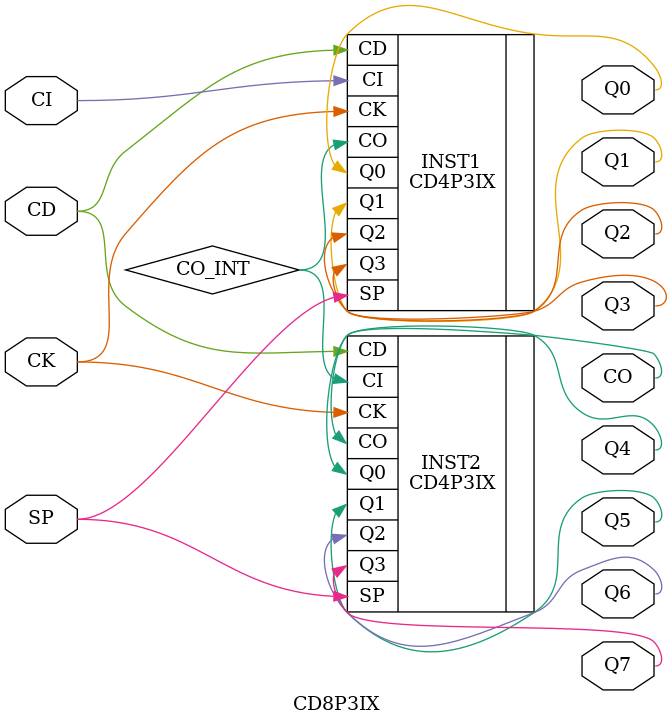
<source format=v>
`resetall
`timescale 1 ns / 100 ps

`celldefine

/* Created by DB2VERILOG Version 1.3.8.0 on Mon Sep 15 14:02:37 1997 */
/* module compiled from "lsl2db 4.4.5 (07/17/96)" run */

module CD8P3IX (CI, SP, CK, CD, CO, Q0, Q1, Q2, Q3, 
       Q4, Q5, Q6, Q7);
parameter DISABLED_GSR = 0;
defparam INST1.DISABLED_GSR = DISABLED_GSR;
defparam INST2.DISABLED_GSR = DISABLED_GSR;
input  CI, SP, CK, CD;
output CO, Q0, Q1, Q2, Q3, Q4, Q5, Q6, Q7;
CD4P3IX INST1 (.CI(CI), .SP(SP), .CK(CK), .CD(CD), .CO(
      CO_INT), .Q0(Q0), .Q1(Q1), .Q2(Q2), .Q3(Q3));
CD4P3IX INST2 (.CI(CO_INT), .SP(SP), .CK(CK), .CD(CD),
      .CO(CO), .Q0(Q4), .Q1(Q5), .Q2(Q6), .Q3(Q7));

endmodule

`endcelldefine

</source>
